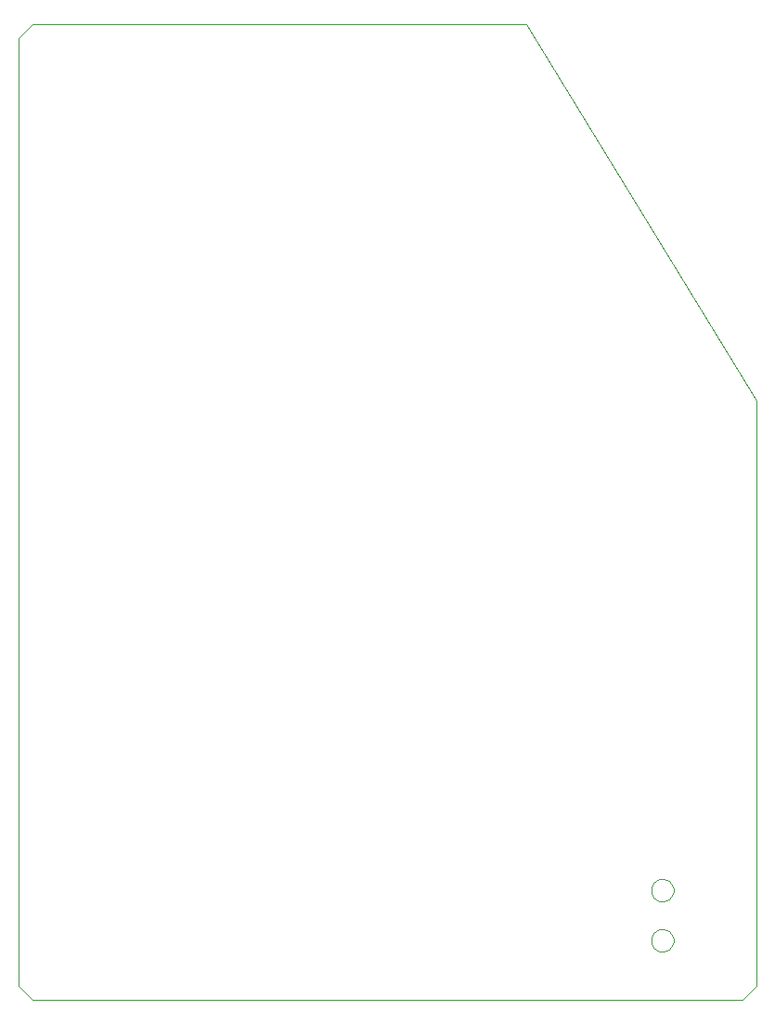
<source format=gbr>
G75*
%MOIN*%
%OFA0B0*%
%FSLAX24Y24*%
%IPPOS*%
%LPD*%
%AMOC8*
5,1,8,0,0,1.08239X$1,22.5*
%
%ADD10C,0.0000*%
D10*
X000100Y000600D02*
X000600Y000100D01*
X026100Y000100D01*
X026600Y000600D01*
X026600Y021600D01*
X018350Y035100D01*
X000600Y035100D01*
X000100Y034600D01*
X000100Y000600D01*
X022825Y002225D02*
X022827Y002265D01*
X022833Y002304D01*
X022843Y002343D01*
X022856Y002380D01*
X022874Y002416D01*
X022895Y002450D01*
X022919Y002482D01*
X022946Y002511D01*
X022976Y002538D01*
X023008Y002561D01*
X023043Y002581D01*
X023079Y002597D01*
X023117Y002610D01*
X023156Y002619D01*
X023195Y002624D01*
X023235Y002625D01*
X023275Y002622D01*
X023314Y002615D01*
X023352Y002604D01*
X023390Y002590D01*
X023425Y002571D01*
X023458Y002550D01*
X023490Y002525D01*
X023518Y002497D01*
X023544Y002467D01*
X023566Y002434D01*
X023585Y002399D01*
X023601Y002362D01*
X023613Y002324D01*
X023621Y002285D01*
X023625Y002245D01*
X023625Y002205D01*
X023621Y002165D01*
X023613Y002126D01*
X023601Y002088D01*
X023585Y002051D01*
X023566Y002016D01*
X023544Y001983D01*
X023518Y001953D01*
X023490Y001925D01*
X023458Y001900D01*
X023425Y001879D01*
X023390Y001860D01*
X023352Y001846D01*
X023314Y001835D01*
X023275Y001828D01*
X023235Y001825D01*
X023195Y001826D01*
X023156Y001831D01*
X023117Y001840D01*
X023079Y001853D01*
X023043Y001869D01*
X023008Y001889D01*
X022976Y001912D01*
X022946Y001939D01*
X022919Y001968D01*
X022895Y002000D01*
X022874Y002034D01*
X022856Y002070D01*
X022843Y002107D01*
X022833Y002146D01*
X022827Y002185D01*
X022825Y002225D01*
X022825Y004025D02*
X022827Y004065D01*
X022833Y004104D01*
X022843Y004143D01*
X022856Y004180D01*
X022874Y004216D01*
X022895Y004250D01*
X022919Y004282D01*
X022946Y004311D01*
X022976Y004338D01*
X023008Y004361D01*
X023043Y004381D01*
X023079Y004397D01*
X023117Y004410D01*
X023156Y004419D01*
X023195Y004424D01*
X023235Y004425D01*
X023275Y004422D01*
X023314Y004415D01*
X023352Y004404D01*
X023390Y004390D01*
X023425Y004371D01*
X023458Y004350D01*
X023490Y004325D01*
X023518Y004297D01*
X023544Y004267D01*
X023566Y004234D01*
X023585Y004199D01*
X023601Y004162D01*
X023613Y004124D01*
X023621Y004085D01*
X023625Y004045D01*
X023625Y004005D01*
X023621Y003965D01*
X023613Y003926D01*
X023601Y003888D01*
X023585Y003851D01*
X023566Y003816D01*
X023544Y003783D01*
X023518Y003753D01*
X023490Y003725D01*
X023458Y003700D01*
X023425Y003679D01*
X023390Y003660D01*
X023352Y003646D01*
X023314Y003635D01*
X023275Y003628D01*
X023235Y003625D01*
X023195Y003626D01*
X023156Y003631D01*
X023117Y003640D01*
X023079Y003653D01*
X023043Y003669D01*
X023008Y003689D01*
X022976Y003712D01*
X022946Y003739D01*
X022919Y003768D01*
X022895Y003800D01*
X022874Y003834D01*
X022856Y003870D01*
X022843Y003907D01*
X022833Y003946D01*
X022827Y003985D01*
X022825Y004025D01*
M02*

</source>
